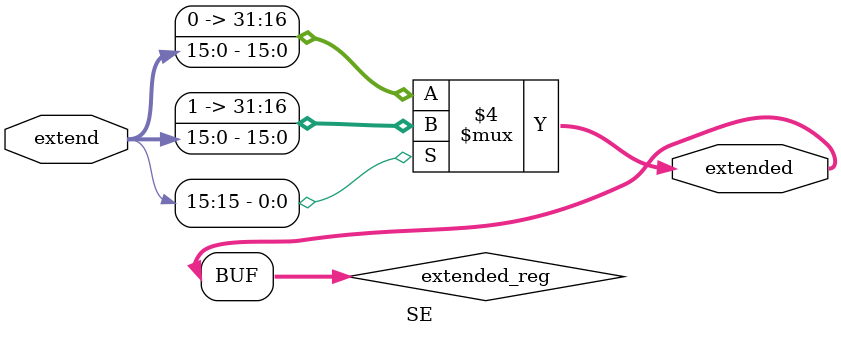
<source format=v>
module SE(input[15:0]extend ,output[31:0]extended );
reg [31:0]extended_reg;
always@(*)
begin
  if(extend[15]==0)
    extended_reg = {16'b0000000000000000,extend};
  else
    extended_reg = {16'b1111111111111111,extend};
end
assign extended = extended_reg;
endmodule

</source>
